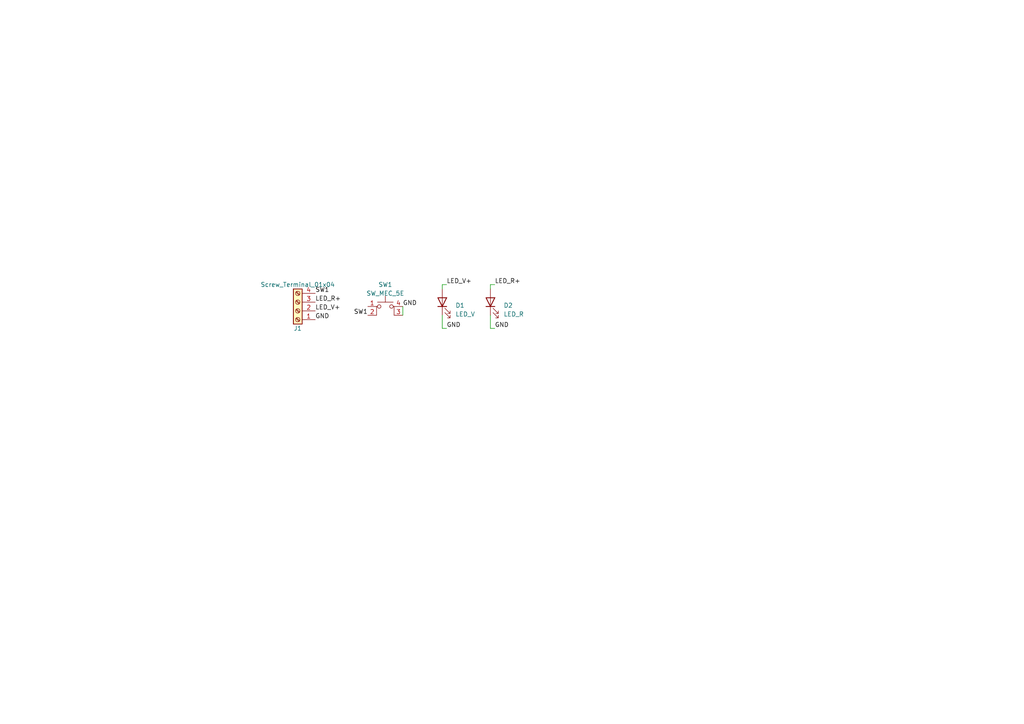
<source format=kicad_sch>
(kicad_sch (version 20230121) (generator eeschema)

  (uuid 75b34a64-9163-4128-a51f-bdfb8f928689)

  (paper "A4")

  (lib_symbols
    (symbol "Connector:Screw_Terminal_01x04" (pin_names (offset 1.016) hide) (in_bom yes) (on_board yes)
      (property "Reference" "J" (at 0 5.08 0)
        (effects (font (size 1.27 1.27)))
      )
      (property "Value" "Screw_Terminal_01x04" (at 0 -7.62 0)
        (effects (font (size 1.27 1.27)))
      )
      (property "Footprint" "" (at 0 0 0)
        (effects (font (size 1.27 1.27)) hide)
      )
      (property "Datasheet" "~" (at 0 0 0)
        (effects (font (size 1.27 1.27)) hide)
      )
      (property "ki_keywords" "screw terminal" (at 0 0 0)
        (effects (font (size 1.27 1.27)) hide)
      )
      (property "ki_description" "Generic screw terminal, single row, 01x04, script generated (kicad-library-utils/schlib/autogen/connector/)" (at 0 0 0)
        (effects (font (size 1.27 1.27)) hide)
      )
      (property "ki_fp_filters" "TerminalBlock*:*" (at 0 0 0)
        (effects (font (size 1.27 1.27)) hide)
      )
      (symbol "Screw_Terminal_01x04_1_1"
        (rectangle (start -1.27 3.81) (end 1.27 -6.35)
          (stroke (width 0.254) (type default))
          (fill (type background))
        )
        (circle (center 0 -5.08) (radius 0.635)
          (stroke (width 0.1524) (type default))
          (fill (type none))
        )
        (circle (center 0 -2.54) (radius 0.635)
          (stroke (width 0.1524) (type default))
          (fill (type none))
        )
        (polyline
          (pts
            (xy -0.5334 -4.7498)
            (xy 0.3302 -5.588)
          )
          (stroke (width 0.1524) (type default))
          (fill (type none))
        )
        (polyline
          (pts
            (xy -0.5334 -2.2098)
            (xy 0.3302 -3.048)
          )
          (stroke (width 0.1524) (type default))
          (fill (type none))
        )
        (polyline
          (pts
            (xy -0.5334 0.3302)
            (xy 0.3302 -0.508)
          )
          (stroke (width 0.1524) (type default))
          (fill (type none))
        )
        (polyline
          (pts
            (xy -0.5334 2.8702)
            (xy 0.3302 2.032)
          )
          (stroke (width 0.1524) (type default))
          (fill (type none))
        )
        (polyline
          (pts
            (xy -0.3556 -4.572)
            (xy 0.508 -5.4102)
          )
          (stroke (width 0.1524) (type default))
          (fill (type none))
        )
        (polyline
          (pts
            (xy -0.3556 -2.032)
            (xy 0.508 -2.8702)
          )
          (stroke (width 0.1524) (type default))
          (fill (type none))
        )
        (polyline
          (pts
            (xy -0.3556 0.508)
            (xy 0.508 -0.3302)
          )
          (stroke (width 0.1524) (type default))
          (fill (type none))
        )
        (polyline
          (pts
            (xy -0.3556 3.048)
            (xy 0.508 2.2098)
          )
          (stroke (width 0.1524) (type default))
          (fill (type none))
        )
        (circle (center 0 0) (radius 0.635)
          (stroke (width 0.1524) (type default))
          (fill (type none))
        )
        (circle (center 0 2.54) (radius 0.635)
          (stroke (width 0.1524) (type default))
          (fill (type none))
        )
        (pin passive line (at -5.08 2.54 0) (length 3.81)
          (name "Pin_1" (effects (font (size 1.27 1.27))))
          (number "1" (effects (font (size 1.27 1.27))))
        )
        (pin passive line (at -5.08 0 0) (length 3.81)
          (name "Pin_2" (effects (font (size 1.27 1.27))))
          (number "2" (effects (font (size 1.27 1.27))))
        )
        (pin passive line (at -5.08 -2.54 0) (length 3.81)
          (name "Pin_3" (effects (font (size 1.27 1.27))))
          (number "3" (effects (font (size 1.27 1.27))))
        )
        (pin passive line (at -5.08 -5.08 0) (length 3.81)
          (name "Pin_4" (effects (font (size 1.27 1.27))))
          (number "4" (effects (font (size 1.27 1.27))))
        )
      )
    )
    (symbol "Device:LED" (pin_numbers hide) (pin_names (offset 1.016) hide) (in_bom yes) (on_board yes)
      (property "Reference" "D" (at 0 2.54 0)
        (effects (font (size 1.27 1.27)))
      )
      (property "Value" "LED" (at 0 -2.54 0)
        (effects (font (size 1.27 1.27)))
      )
      (property "Footprint" "" (at 0 0 0)
        (effects (font (size 1.27 1.27)) hide)
      )
      (property "Datasheet" "~" (at 0 0 0)
        (effects (font (size 1.27 1.27)) hide)
      )
      (property "ki_keywords" "LED diode" (at 0 0 0)
        (effects (font (size 1.27 1.27)) hide)
      )
      (property "ki_description" "Light emitting diode" (at 0 0 0)
        (effects (font (size 1.27 1.27)) hide)
      )
      (property "ki_fp_filters" "LED* LED_SMD:* LED_THT:*" (at 0 0 0)
        (effects (font (size 1.27 1.27)) hide)
      )
      (symbol "LED_0_1"
        (polyline
          (pts
            (xy -1.27 -1.27)
            (xy -1.27 1.27)
          )
          (stroke (width 0.254) (type default))
          (fill (type none))
        )
        (polyline
          (pts
            (xy -1.27 0)
            (xy 1.27 0)
          )
          (stroke (width 0) (type default))
          (fill (type none))
        )
        (polyline
          (pts
            (xy 1.27 -1.27)
            (xy 1.27 1.27)
            (xy -1.27 0)
            (xy 1.27 -1.27)
          )
          (stroke (width 0.254) (type default))
          (fill (type none))
        )
        (polyline
          (pts
            (xy -3.048 -0.762)
            (xy -4.572 -2.286)
            (xy -3.81 -2.286)
            (xy -4.572 -2.286)
            (xy -4.572 -1.524)
          )
          (stroke (width 0) (type default))
          (fill (type none))
        )
        (polyline
          (pts
            (xy -1.778 -0.762)
            (xy -3.302 -2.286)
            (xy -2.54 -2.286)
            (xy -3.302 -2.286)
            (xy -3.302 -1.524)
          )
          (stroke (width 0) (type default))
          (fill (type none))
        )
      )
      (symbol "LED_1_1"
        (pin passive line (at -3.81 0 0) (length 2.54)
          (name "K" (effects (font (size 1.27 1.27))))
          (number "1" (effects (font (size 1.27 1.27))))
        )
        (pin passive line (at 3.81 0 180) (length 2.54)
          (name "A" (effects (font (size 1.27 1.27))))
          (number "2" (effects (font (size 1.27 1.27))))
        )
      )
    )
    (symbol "Switch:SW_MEC_5E" (pin_names (offset 1.016) hide) (in_bom yes) (on_board yes)
      (property "Reference" "SW" (at 0.635 5.715 0)
        (effects (font (size 1.27 1.27)) (justify left))
      )
      (property "Value" "SW_MEC_5E" (at 0 -3.175 0)
        (effects (font (size 1.27 1.27)))
      )
      (property "Footprint" "" (at 0 7.62 0)
        (effects (font (size 1.27 1.27)) hide)
      )
      (property "Datasheet" "http://www.apem.com/int/index.php?controller=attachment&id_attachment=1371" (at 0 7.62 0)
        (effects (font (size 1.27 1.27)) hide)
      )
      (property "ki_keywords" "switch normally-open pushbutton push-button" (at 0 0 0)
        (effects (font (size 1.27 1.27)) hide)
      )
      (property "ki_description" "MEC 5E single pole normally-open tactile switch" (at 0 0 0)
        (effects (font (size 1.27 1.27)) hide)
      )
      (property "ki_fp_filters" "SW*MEC*5G*" (at 0 0 0)
        (effects (font (size 1.27 1.27)) hide)
      )
      (symbol "SW_MEC_5E_0_1"
        (circle (center -1.778 2.54) (radius 0.508)
          (stroke (width 0) (type default))
          (fill (type none))
        )
        (polyline
          (pts
            (xy -2.286 3.81)
            (xy 2.286 3.81)
          )
          (stroke (width 0) (type default))
          (fill (type none))
        )
        (polyline
          (pts
            (xy 0 3.81)
            (xy 0 5.588)
          )
          (stroke (width 0) (type default))
          (fill (type none))
        )
        (polyline
          (pts
            (xy -2.54 0)
            (xy -2.54 2.54)
            (xy -2.286 2.54)
          )
          (stroke (width 0) (type default))
          (fill (type none))
        )
        (polyline
          (pts
            (xy 2.54 0)
            (xy 2.54 2.54)
            (xy 2.286 2.54)
          )
          (stroke (width 0) (type default))
          (fill (type none))
        )
        (circle (center 1.778 2.54) (radius 0.508)
          (stroke (width 0) (type default))
          (fill (type none))
        )
        (pin passive line (at -5.08 2.54 0) (length 2.54)
          (name "1" (effects (font (size 1.27 1.27))))
          (number "1" (effects (font (size 1.27 1.27))))
        )
        (pin passive line (at -5.08 0 0) (length 2.54)
          (name "2" (effects (font (size 1.27 1.27))))
          (number "2" (effects (font (size 1.27 1.27))))
        )
        (pin passive line (at 5.08 0 180) (length 2.54)
          (name "K" (effects (font (size 1.27 1.27))))
          (number "3" (effects (font (size 1.27 1.27))))
        )
        (pin passive line (at 5.08 2.54 180) (length 2.54)
          (name "A" (effects (font (size 1.27 1.27))))
          (number "4" (effects (font (size 1.27 1.27))))
        )
      )
    )
  )


  (wire (pts (xy 142.24 82.55) (xy 142.24 83.82))
    (stroke (width 0) (type default))
    (uuid 19812ce0-20f5-4b78-bdda-c790f6470158)
  )
  (wire (pts (xy 143.51 95.25) (xy 142.24 95.25))
    (stroke (width 0) (type default))
    (uuid 2a56d539-39cb-473e-9d78-e54b6ba9443b)
  )
  (wire (pts (xy 116.84 88.9) (xy 116.84 91.44))
    (stroke (width 0) (type default))
    (uuid 7a9ebf7e-91e9-4767-980b-29620912bf58)
  )
  (wire (pts (xy 128.27 82.55) (xy 128.27 83.82))
    (stroke (width 0) (type default))
    (uuid 81306b8f-4050-4146-b866-f4aff53cd5d9)
  )
  (wire (pts (xy 128.27 82.55) (xy 129.54 82.55))
    (stroke (width 0) (type default))
    (uuid 8bd84870-ee3e-41ae-b287-fa9987ef1864)
  )
  (wire (pts (xy 142.24 82.55) (xy 143.51 82.55))
    (stroke (width 0) (type default))
    (uuid 9c15c208-626e-4f68-931d-0ac01d04becd)
  )
  (wire (pts (xy 128.27 95.25) (xy 128.27 91.44))
    (stroke (width 0) (type default))
    (uuid d9f322c2-a543-4c69-ae3e-b1fa31e727d5)
  )
  (wire (pts (xy 129.54 95.25) (xy 128.27 95.25))
    (stroke (width 0) (type default))
    (uuid f804f052-18f4-45a5-90d6-44828e6dd6bb)
  )
  (wire (pts (xy 142.24 95.25) (xy 142.24 91.44))
    (stroke (width 0) (type default))
    (uuid f8dfbfa9-0609-4271-95de-04840f677701)
  )

  (label "SW1" (at 91.44 85.09 0) (fields_autoplaced)
    (effects (font (size 1.27 1.27)) (justify left bottom))
    (uuid 00d231d6-685e-42dd-985d-9fa99fd29d84)
  )
  (label "GND" (at 116.84 88.9 0) (fields_autoplaced)
    (effects (font (size 1.27 1.27)) (justify left bottom))
    (uuid 33170916-1214-4515-9437-d90942d8f306)
  )
  (label "GND" (at 91.44 92.71 0) (fields_autoplaced)
    (effects (font (size 1.27 1.27)) (justify left bottom))
    (uuid 55ee1c3a-4ed2-4a40-a40f-fcf40b33b5c9)
  )
  (label "GND" (at 143.51 95.25 0) (fields_autoplaced)
    (effects (font (size 1.27 1.27)) (justify left bottom))
    (uuid 640c710b-af1d-41f6-81ab-11855d7eb1de)
  )
  (label "LED_V+" (at 91.44 90.17 0) (fields_autoplaced)
    (effects (font (size 1.27 1.27)) (justify left bottom))
    (uuid 6a5d3f46-9d4f-44f7-ac25-c4d95e3b1d25)
  )
  (label "SW1" (at 106.68 91.44 180) (fields_autoplaced)
    (effects (font (size 1.27 1.27)) (justify right bottom))
    (uuid 9fa8fceb-beba-47d7-943e-c1658ed6291d)
  )
  (label "GND" (at 129.54 95.25 0) (fields_autoplaced)
    (effects (font (size 1.27 1.27)) (justify left bottom))
    (uuid b2ffb8d3-7d18-4147-8882-c61a388887c0)
  )
  (label "LED_V+" (at 129.54 82.55 0) (fields_autoplaced)
    (effects (font (size 1.27 1.27)) (justify left bottom))
    (uuid d4c7ef4a-70e6-49fe-aa46-18b81bb89cf2)
  )
  (label "LED_R+" (at 91.44 87.63 0) (fields_autoplaced)
    (effects (font (size 1.27 1.27)) (justify left bottom))
    (uuid da7aa8b1-55e0-4f46-8946-d43a5013f48c)
  )
  (label "LED_R+" (at 143.51 82.55 0) (fields_autoplaced)
    (effects (font (size 1.27 1.27)) (justify left bottom))
    (uuid f77ff348-6d13-4b93-a874-d994aa538719)
  )

  (symbol (lib_id "Device:LED") (at 128.27 87.63 90) (unit 1)
    (in_bom yes) (on_board yes) (dnp no) (fields_autoplaced)
    (uuid 3c7a9d0a-5d04-47e2-a6ea-273a955b6639)
    (property "Reference" "D1" (at 132.08 88.5825 90)
      (effects (font (size 1.27 1.27)) (justify right))
    )
    (property "Value" "LED_V" (at 132.08 91.1225 90)
      (effects (font (size 1.27 1.27)) (justify right))
    )
    (property "Footprint" "EESTN5:led_3mm_green" (at 128.27 87.63 0)
      (effects (font (size 1.27 1.27)) hide)
    )
    (property "Datasheet" "~" (at 128.27 87.63 0)
      (effects (font (size 1.27 1.27)) hide)
    )
    (pin "1" (uuid 88936fd5-0ca6-4f1a-b9a2-2e118604db49))
    (pin "2" (uuid 7022eb5d-d3ee-4d5d-a8fe-60ceb2e58d53))
    (instances
      (project "Acople Pull y LED"
        (path "/75b34a64-9163-4128-a51f-bdfb8f928689"
          (reference "D1") (unit 1)
        )
      )
    )
  )

  (symbol (lib_id "Connector:Screw_Terminal_01x04") (at 86.36 90.17 180) (unit 1)
    (in_bom yes) (on_board yes) (dnp no)
    (uuid 4578f885-49d7-40f1-b51e-1661bda7b291)
    (property "Reference" "J1" (at 86.36 95.25 0)
      (effects (font (size 1.27 1.27)))
    )
    (property "Value" "Screw_Terminal_01x04" (at 86.36 82.55 0)
      (effects (font (size 1.27 1.27)))
    )
    (property "Footprint" "Connector_PinHeader_2.54mm:PinHeader_1x04_P2.54mm_Vertical" (at 86.36 90.17 0)
      (effects (font (size 1.27 1.27)) hide)
    )
    (property "Datasheet" "~" (at 86.36 90.17 0)
      (effects (font (size 1.27 1.27)) hide)
    )
    (pin "1" (uuid 22f96fcf-b32e-46f5-adc2-ba39e6eeaa03))
    (pin "2" (uuid 2b8340c5-c955-495c-8f9e-b031b48eee9f))
    (pin "3" (uuid 24ce4ea1-cd88-4ca1-9aa2-729d152ca343))
    (pin "4" (uuid 9a6b3a4d-6c2d-4433-b828-04091a6887ad))
    (instances
      (project "Acople Pull y LED"
        (path "/75b34a64-9163-4128-a51f-bdfb8f928689"
          (reference "J1") (unit 1)
        )
      )
    )
  )

  (symbol (lib_id "Switch:SW_MEC_5E") (at 111.76 91.44 0) (unit 1)
    (in_bom yes) (on_board yes) (dnp no) (fields_autoplaced)
    (uuid 4cbecd22-092b-4438-b2b3-8342b838a0e8)
    (property "Reference" "SW1" (at 111.76 82.55 0)
      (effects (font (size 1.27 1.27)))
    )
    (property "Value" "SW_MEC_5E" (at 111.76 85.09 0)
      (effects (font (size 1.27 1.27)))
    )
    (property "Footprint" "EESTN5:Pulsador_TH_4" (at 111.76 83.82 0)
      (effects (font (size 1.27 1.27)) hide)
    )
    (property "Datasheet" "http://www.apem.com/int/index.php?controller=attachment&id_attachment=1371" (at 111.76 83.82 0)
      (effects (font (size 1.27 1.27)) hide)
    )
    (pin "1" (uuid 01b17adb-c4f8-4754-afa7-1ea555f0f8e9))
    (pin "2" (uuid dd2ac3e6-0985-4d9b-9b1f-31311a78664f))
    (pin "3" (uuid 18bff701-c2eb-4462-b419-f4633036c349))
    (pin "4" (uuid edbf3595-42ce-4395-9ce5-35685df1d1c8))
    (instances
      (project "Acople Pull y LED"
        (path "/75b34a64-9163-4128-a51f-bdfb8f928689"
          (reference "SW1") (unit 1)
        )
      )
    )
  )

  (symbol (lib_id "Device:LED") (at 142.24 87.63 90) (unit 1)
    (in_bom yes) (on_board yes) (dnp no) (fields_autoplaced)
    (uuid dd014ce3-5e2a-41e7-9d9c-8d9fecd4dbec)
    (property "Reference" "D2" (at 146.05 88.5825 90)
      (effects (font (size 1.27 1.27)) (justify right))
    )
    (property "Value" "LED_R" (at 146.05 91.1225 90)
      (effects (font (size 1.27 1.27)) (justify right))
    )
    (property "Footprint" "EESTN5:led_3mm_red" (at 142.24 87.63 0)
      (effects (font (size 1.27 1.27)) hide)
    )
    (property "Datasheet" "~" (at 142.24 87.63 0)
      (effects (font (size 1.27 1.27)) hide)
    )
    (pin "1" (uuid c4b00b6f-be44-4390-8cb4-f9c3c8914fd5))
    (pin "2" (uuid 734d8448-927f-4959-8901-fb26b1220e5e))
    (instances
      (project "Acople Pull y LED"
        (path "/75b34a64-9163-4128-a51f-bdfb8f928689"
          (reference "D2") (unit 1)
        )
      )
    )
  )

  (sheet_instances
    (path "/" (page "1"))
  )
)

</source>
